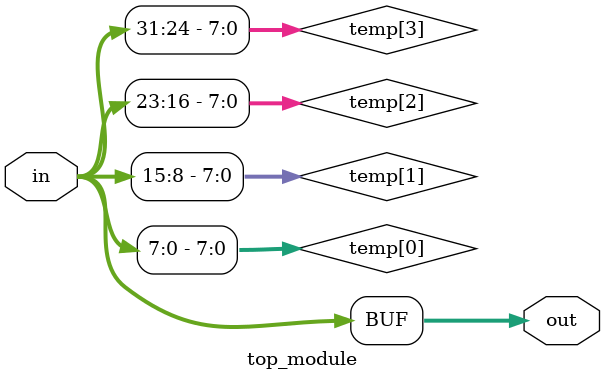
<source format=sv>
module top_module (
	input [31:0] in,
	output [31:0] out
);
  
  reg [7:0] temp[3:0];
  
  always @(*) begin
    temp[0] = in[7:0];
    temp[1] = in[15:8];
    temp[2] = in[23:16];
    temp[3] = in[31:24];
    
    out = {temp[3], temp[2], temp[1], temp[0]};
  end
  
endmodule

</source>
